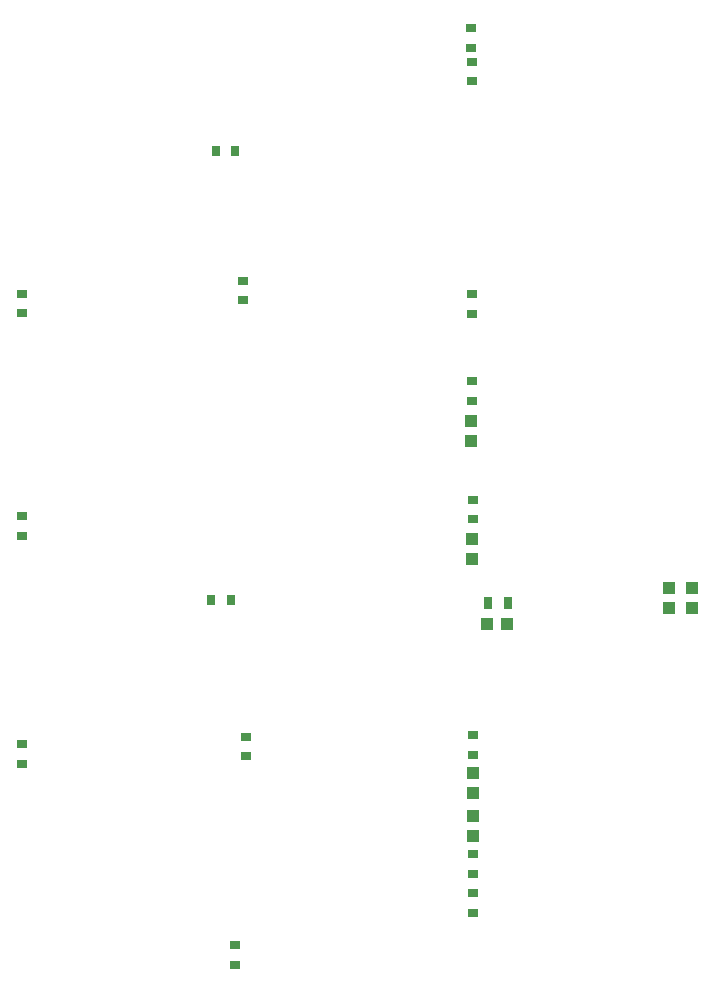
<source format=gtp>
G04*
G04 #@! TF.GenerationSoftware,Altium Limited,Altium Designer,20.1.8 (145)*
G04*
G04 Layer_Color=8421504*
%FSLAX25Y25*%
%MOIN*%
G70*
G04*
G04 #@! TF.SameCoordinates,F81AAEC3-6A38-4882-98ED-ECA9077A9C2D*
G04*
G04*
G04 #@! TF.FilePolarity,Positive*
G04*
G01*
G75*
%ADD17R,0.03937X0.04331*%
%ADD18R,0.04331X0.03937*%
%ADD19R,0.03543X0.02756*%
%ADD20R,0.02756X0.03543*%
%ADD21R,0.02756X0.03937*%
D17*
X304000Y157046D02*
D03*
Y150354D02*
D03*
Y164453D02*
D03*
Y171147D02*
D03*
X303800Y249147D02*
D03*
Y242454D02*
D03*
X303600Y288546D02*
D03*
Y281854D02*
D03*
X369600Y233047D02*
D03*
Y226354D02*
D03*
X377100Y226254D02*
D03*
Y232946D02*
D03*
D18*
X308854Y220800D02*
D03*
X315546D02*
D03*
D19*
X304127Y262400D02*
D03*
Y255800D02*
D03*
X303827Y301800D02*
D03*
Y295200D02*
D03*
X303727Y331000D02*
D03*
Y324400D02*
D03*
X303700Y401800D02*
D03*
Y408400D02*
D03*
X304100Y144300D02*
D03*
Y137700D02*
D03*
X304200Y124600D02*
D03*
Y131200D02*
D03*
X304100Y177200D02*
D03*
Y183800D02*
D03*
X224800Y113800D02*
D03*
Y107200D02*
D03*
X153927Y174400D02*
D03*
Y181000D02*
D03*
X228500Y183400D02*
D03*
Y176800D02*
D03*
X153900Y256900D02*
D03*
Y250300D02*
D03*
X303600Y413100D02*
D03*
Y419700D02*
D03*
X227600Y335400D02*
D03*
Y328800D02*
D03*
X153900Y324500D02*
D03*
Y331100D02*
D03*
D20*
X218300Y378700D02*
D03*
X224900D02*
D03*
X216800Y228900D02*
D03*
X223400D02*
D03*
D21*
X309053Y227799D02*
D03*
X315746D02*
D03*
M02*

</source>
